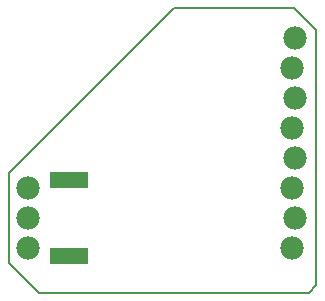
<source format=gbs>
G75*
%MOIN*%
%OFA0B0*%
%FSLAX25Y25*%
%IPPOS*%
%LPD*%
%AMOC8*
5,1,8,0,0,1.08239X$1,22.5*
%
%ADD10C,0.00600*%
%ADD11C,0.07800*%
%ADD12R,0.12900X0.05300*%
D10*
X0011300Y0001300D02*
X0001300Y0011300D01*
X0001300Y0041300D01*
X0056300Y0096300D01*
X0096300Y0096300D01*
X0103800Y0088800D01*
X0103800Y0003800D01*
X0101300Y0001300D01*
X0011300Y0001300D01*
D11*
X0007800Y0016300D03*
X0007800Y0026300D03*
X0007800Y0036300D03*
X0095800Y0036300D03*
X0096800Y0046300D03*
X0095800Y0056300D03*
X0096800Y0066300D03*
X0095800Y0076300D03*
X0096800Y0086300D03*
X0096800Y0026300D03*
X0095800Y0016300D03*
D12*
X0021300Y0013750D03*
X0021300Y0038850D03*
M02*

</source>
